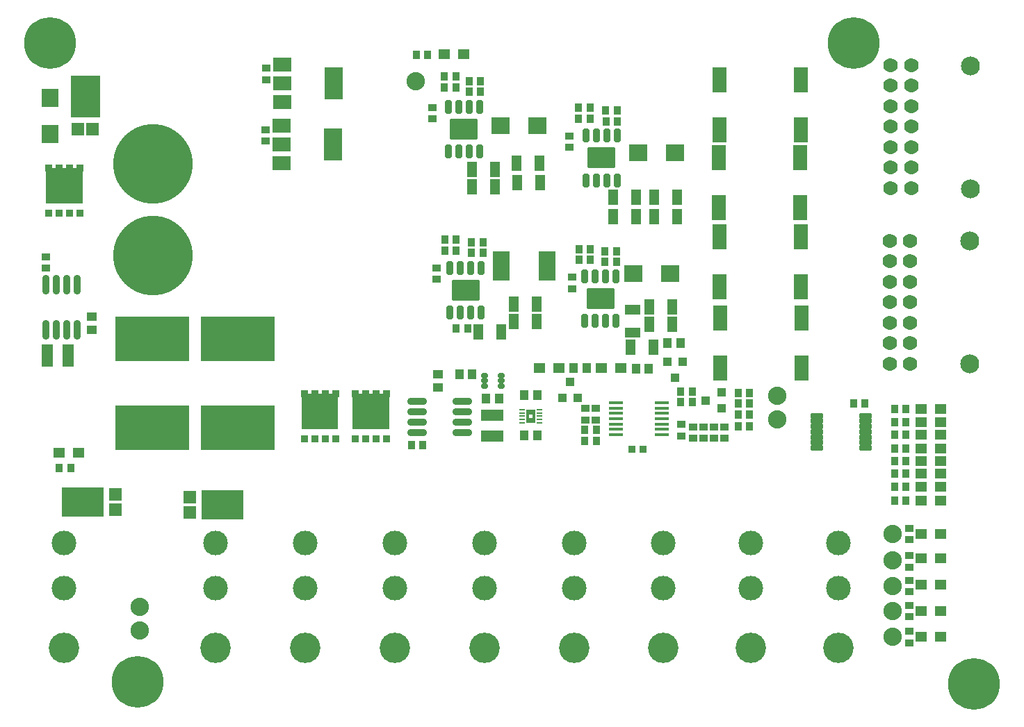
<source format=gbr>
%TF.GenerationSoftware,Altium Limited,Altium Designer,23.5.1 (21)*%
G04 Layer_Color=8388736*
%FSLAX45Y45*%
%MOMM*%
%TF.SameCoordinates,815A2C8C-8163-47E4-9813-AD16C0C63C49*%
%TF.FilePolarity,Negative*%
%TF.FileFunction,Soldermask,Top*%
%TF.Part,Single*%
G01*
G75*
%TA.AperFunction,SMDPad,CuDef*%
%ADD14R,0.70000X0.23000*%
%ADD15R,1.67640X0.35560*%
%ADD89R,8.95320X5.40320*%
%ADD90R,2.05320X3.60320*%
%ADD91R,2.20320X2.00320*%
%ADD92R,0.85320X0.83320*%
%ADD93R,1.10320X0.90320*%
%ADD94R,2.20320X1.70320*%
%ADD95R,2.20320X4.00320*%
%ADD96R,1.15320X1.90320*%
%ADD97R,0.90320X1.10320*%
G04:AMPARAMS|DCode=98|XSize=0.8032mm|YSize=1.6532mm|CornerRadius=0.1526mm|HoleSize=0mm|Usage=FLASHONLY|Rotation=0.000|XOffset=0mm|YOffset=0mm|HoleType=Round|Shape=RoundedRectangle|*
%AMROUNDEDRECTD98*
21,1,0.80320,1.34800,0,0,0.0*
21,1,0.49800,1.65320,0,0,0.0*
1,1,0.30520,0.24900,-0.67400*
1,1,0.30520,-0.24900,-0.67400*
1,1,0.30520,-0.24900,0.67400*
1,1,0.30520,0.24900,0.67400*
%
%ADD98ROUNDEDRECTD98*%
G04:AMPARAMS|DCode=99|XSize=2.6032mm|YSize=3.3032mm|CornerRadius=0.1496mm|HoleSize=0mm|Usage=FLASHONLY|Rotation=270.000|XOffset=0mm|YOffset=0mm|HoleType=Round|Shape=RoundedRectangle|*
%AMROUNDEDRECTD99*
21,1,2.60320,3.00400,0,0,270.0*
21,1,2.30400,3.30320,0,0,270.0*
1,1,0.29920,-1.50200,-1.15200*
1,1,0.29920,-1.50200,1.15200*
1,1,0.29920,1.50200,1.15200*
1,1,0.29920,1.50200,-1.15200*
%
%ADD99ROUNDEDRECTD99*%
%ADD100R,1.45320X1.30320*%
%ADD101R,1.60320X1.59320*%
%ADD102R,5.06320X3.56320*%
%ADD103R,1.40320X2.80320*%
%ADD104R,1.20320X1.10320*%
%ADD105O,0.90320X2.40320*%
G04:AMPARAMS|DCode=106|XSize=0.6032mm|YSize=0.8532mm|CornerRadius=0.1516mm|HoleSize=0mm|Usage=FLASHONLY|Rotation=90.000|XOffset=0mm|YOffset=0mm|HoleType=Round|Shape=RoundedRectangle|*
%AMROUNDEDRECTD106*
21,1,0.60320,0.55000,0,0,90.0*
21,1,0.30000,0.85320,0,0,90.0*
1,1,0.30320,0.27500,0.15000*
1,1,0.30320,0.27500,-0.15000*
1,1,0.30320,-0.27500,-0.15000*
1,1,0.30320,-0.27500,0.15000*
%
%ADD106ROUNDEDRECTD106*%
%ADD107R,1.10320X1.20320*%
%ADD108R,1.00320X1.10320*%
%ADD109R,1.77800X3.02260*%
G04:AMPARAMS|DCode=110|XSize=0.6532mm|YSize=1.6032mm|CornerRadius=0.1511mm|HoleSize=0mm|Usage=FLASHONLY|Rotation=90.000|XOffset=0mm|YOffset=0mm|HoleType=Round|Shape=RoundedRectangle|*
%AMROUNDEDRECTD110*
21,1,0.65320,1.30100,0,0,90.0*
21,1,0.35100,1.60320,0,0,90.0*
1,1,0.30220,0.65050,0.17550*
1,1,0.30220,0.65050,-0.17550*
1,1,0.30220,-0.65050,-0.17550*
1,1,0.30220,-0.65050,0.17550*
%
%ADD110ROUNDEDRECTD110*%
%ADD111R,2.80320X1.40320*%
%ADD112O,2.40320X0.90320*%
%ADD113R,1.90320X1.15320*%
%ADD114R,3.56320X5.06320*%
%ADD115R,1.59320X1.60320*%
%ADD116R,2.00320X2.30320*%
%ADD117R,1.10320X1.00320*%
%ADD118R,0.85320X0.90320*%
%TA.AperFunction,ComponentPad*%
%ADD119C,6.30320*%
%ADD120C,3.00320*%
%ADD121C,3.70320*%
%ADD122C,9.70320*%
%ADD123C,2.23520*%
%ADD124C,1.76320*%
%ADD125C,2.30320*%
G36*
X2325500Y9207557D02*
X2318500D01*
Y8818030D01*
X1872500D01*
Y9207557D01*
X1865500D01*
Y9284557D01*
X1944500D01*
Y9247070D01*
X1992500D01*
Y9284557D01*
X2071500D01*
Y9247070D01*
X2119500D01*
Y9284557D01*
X2198500D01*
Y9247070D01*
X2246500D01*
Y9284557D01*
X2325500D01*
Y9207557D01*
D02*
G37*
G36*
Y8660543D02*
X2246500D01*
Y8737543D01*
X2325500D01*
Y8660543D01*
D02*
G37*
G36*
X2198500D02*
X2119500D01*
Y8737543D01*
X2198500D01*
Y8660543D01*
D02*
G37*
G36*
X2071500D02*
X1992500D01*
Y8737543D01*
X2071500D01*
Y8660543D01*
D02*
G37*
G36*
X1944500D02*
X1865500D01*
Y8737543D01*
X1944500D01*
Y8660543D01*
D02*
G37*
G36*
X6059300Y6458007D02*
X6052300D01*
Y6068480D01*
X5606300D01*
Y6458007D01*
X5599300D01*
Y6535007D01*
X5678300D01*
Y6497520D01*
X5726300D01*
Y6535007D01*
X5805300D01*
Y6497520D01*
X5853300D01*
Y6535007D01*
X5932300D01*
Y6497520D01*
X5980300D01*
Y6535007D01*
X6059300D01*
Y6458007D01*
D02*
G37*
G36*
X5437000D02*
X5430000D01*
Y6068480D01*
X4984000D01*
Y6458007D01*
X4977000D01*
Y6535007D01*
X5056000D01*
Y6497520D01*
X5104000D01*
Y6535007D01*
X5183000D01*
Y6497520D01*
X5231000D01*
Y6535007D01*
X5310000D01*
Y6497520D01*
X5358000D01*
Y6535007D01*
X5437000D01*
Y6458007D01*
D02*
G37*
G36*
X7828219Y6242770D02*
Y6141490D01*
X7724079D01*
Y6202770D01*
Y6242770D01*
Y6304050D01*
X7828219D01*
Y6242770D01*
D02*
G37*
G36*
X6059300Y5910993D02*
X5980300D01*
Y5987993D01*
X6059300D01*
Y5910993D01*
D02*
G37*
G36*
X5932300D02*
X5853300D01*
Y5987993D01*
X5932300D01*
Y5910993D01*
D02*
G37*
G36*
X5805300D02*
X5726300D01*
Y5987993D01*
X5805300D01*
Y5910993D01*
D02*
G37*
G36*
X5678300D02*
X5599300D01*
Y5987993D01*
X5678300D01*
Y5910993D01*
D02*
G37*
G36*
X5437000D02*
X5358000D01*
Y5987993D01*
X5437000D01*
Y5910993D01*
D02*
G37*
G36*
X5310000D02*
X5231000D01*
Y5987993D01*
X5310000D01*
Y5910993D01*
D02*
G37*
G36*
X5183000D02*
X5104000D01*
Y5987993D01*
X5183000D01*
Y5910993D01*
D02*
G37*
G36*
X5056000D02*
X4977000D01*
Y5987993D01*
X5056000D01*
Y5910993D01*
D02*
G37*
%LPC*%
G36*
X7796149Y6242770D02*
X7756149D01*
Y6202770D01*
X7796149D01*
Y6242770D01*
D02*
G37*
%LPD*%
D14*
X7671149Y6142770D02*
D03*
Y6182770D02*
D03*
Y6222770D02*
D03*
Y6262770D02*
D03*
Y6302770D02*
D03*
X7881149D02*
D03*
Y6262770D02*
D03*
Y6222770D02*
D03*
Y6182770D02*
D03*
Y6142770D02*
D03*
D15*
X8810021Y6387520D02*
D03*
Y6322520D02*
D03*
Y6257520D02*
D03*
Y6192520D02*
D03*
Y6127520D02*
D03*
Y6062520D02*
D03*
Y5997520D02*
D03*
X9373901Y5997520D02*
D03*
Y6062520D02*
D03*
Y6127520D02*
D03*
Y6192520D02*
D03*
Y6257520D02*
D03*
Y6322520D02*
D03*
Y6387520D02*
D03*
D89*
X3162300Y7162800D02*
D03*
Y6082800D02*
D03*
X4203700Y7162800D02*
D03*
Y6082800D02*
D03*
D90*
X7416010Y8051800D02*
D03*
X7971010D02*
D03*
D91*
X9474200Y7962900D02*
D03*
X9024200D02*
D03*
X7854921Y9767800D02*
D03*
X7404920D02*
D03*
X9532499Y9437600D02*
D03*
X9082499D02*
D03*
D92*
X5016500Y5949493D02*
D03*
X5143500D02*
D03*
X5270500D02*
D03*
X5397500D02*
D03*
Y6496507D02*
D03*
X5270500D02*
D03*
X5143500D02*
D03*
X5016500D02*
D03*
X5638800Y5949493D02*
D03*
X5765800D02*
D03*
X5892800D02*
D03*
X6019800D02*
D03*
Y6496507D02*
D03*
X5892800D02*
D03*
X5765800D02*
D03*
X5638800D02*
D03*
X1905000Y8699043D02*
D03*
X2032000D02*
D03*
X2159000D02*
D03*
X2286000D02*
D03*
Y9246057D02*
D03*
X2159000D02*
D03*
X2032000D02*
D03*
X1905000D02*
D03*
D93*
X4548054Y9717021D02*
D03*
Y9577021D02*
D03*
X1873250Y8026100D02*
D03*
Y8166100D02*
D03*
X6626214Y7892900D02*
D03*
Y8032900D02*
D03*
X12382499Y4520786D02*
D03*
Y4380786D02*
D03*
X4555284Y10464950D02*
D03*
Y10324950D02*
D03*
X8246761Y9639600D02*
D03*
Y9499600D02*
D03*
X6581471Y9988700D02*
D03*
Y9848700D02*
D03*
X8280400Y7778600D02*
D03*
Y7918600D02*
D03*
X12382499Y4857901D02*
D03*
Y4717901D02*
D03*
X12382500Y4222900D02*
D03*
Y4082900D02*
D03*
Y3918100D02*
D03*
Y3778100D02*
D03*
Y3600600D02*
D03*
Y3460600D02*
D03*
X8439150Y6316820D02*
D03*
Y6176821D02*
D03*
X8566150Y6176820D02*
D03*
Y6316820D02*
D03*
X9752921Y5951150D02*
D03*
Y6091150D02*
D03*
X9610121Y6121550D02*
D03*
Y5981550D02*
D03*
X10133921Y5951150D02*
D03*
Y6091150D02*
D03*
X10006921Y5951150D02*
D03*
Y6091150D02*
D03*
X9879921Y5951150D02*
D03*
Y6091150D02*
D03*
D94*
X4739600Y9763875D02*
D03*
Y9533875D02*
D03*
Y9303875D02*
D03*
X4745950Y10511052D02*
D03*
Y10281052D02*
D03*
Y10051052D02*
D03*
D95*
X5369600Y9533875D02*
D03*
X5375950Y10281052D02*
D03*
D96*
X7565673Y7586921D02*
D03*
X7845673D02*
D03*
X7565673Y7377371D02*
D03*
X7845673D02*
D03*
X7414410Y7251700D02*
D03*
X7134410D02*
D03*
X9556978Y8889999D02*
D03*
X9276978D02*
D03*
X9556978Y8655050D02*
D03*
X9276978D02*
D03*
X8779538Y8889999D02*
D03*
X9059538D02*
D03*
X8781450Y8655050D02*
D03*
X9061450D02*
D03*
X7056945Y9232900D02*
D03*
X7336945D02*
D03*
X7060900Y9023350D02*
D03*
X7340900D02*
D03*
X7887000Y9074150D02*
D03*
X7607000D02*
D03*
X7881210Y9307600D02*
D03*
X7601210D02*
D03*
X8991300Y7061200D02*
D03*
X9271300D02*
D03*
X9499600Y7340600D02*
D03*
X9219600D02*
D03*
X9219900Y7556500D02*
D03*
X9499900D02*
D03*
D97*
X7052010Y8343900D02*
D03*
X7192010D02*
D03*
X6867600Y8375620D02*
D03*
X6727600D02*
D03*
X6867600Y8242838D02*
D03*
X6727600D02*
D03*
X2035021Y5594350D02*
D03*
X2175021D02*
D03*
X6867710Y7289800D02*
D03*
X7007710D02*
D03*
X7192010Y8216900D02*
D03*
X7052010D02*
D03*
X8496450Y9848700D02*
D03*
X8356450D02*
D03*
Y9988700D02*
D03*
X8496450D02*
D03*
X8688992Y9950450D02*
D03*
X8828992D02*
D03*
X8691362Y9817100D02*
D03*
X8831362D02*
D03*
X6721810Y10369550D02*
D03*
X6861810D02*
D03*
X6864350Y10229850D02*
D03*
X6724350D02*
D03*
X7022950Y10306050D02*
D03*
X7162950D02*
D03*
X7022950Y10179050D02*
D03*
X7162950D02*
D03*
X8502800Y8255000D02*
D03*
X8362800D02*
D03*
X12207701Y6311900D02*
D03*
X12347701D02*
D03*
X12207701Y6146800D02*
D03*
X12347701D02*
D03*
X12207701Y5994400D02*
D03*
X12347701D02*
D03*
X12207701Y5829300D02*
D03*
X12347701D02*
D03*
X12207701Y5676900D02*
D03*
X12347701D02*
D03*
X12207701Y5524500D02*
D03*
X12347701D02*
D03*
X12207701Y5359400D02*
D03*
X12347701D02*
D03*
X12207701Y5194300D02*
D03*
X12347701D02*
D03*
X11848044Y6375400D02*
D03*
X11708044D02*
D03*
X8680300Y8229600D02*
D03*
X8820300D02*
D03*
X8680300Y8102600D02*
D03*
X8820300D02*
D03*
X8362800Y8128000D02*
D03*
X8502800D02*
D03*
X6322500Y5867400D02*
D03*
X6462500D02*
D03*
X8572650Y6056321D02*
D03*
X8432650D02*
D03*
X8572650Y5924320D02*
D03*
X8432650D02*
D03*
X6381600Y10629900D02*
D03*
X6521600D02*
D03*
X10442121Y6099250D02*
D03*
X10302121D02*
D03*
X10302121Y6238950D02*
D03*
X10442121D02*
D03*
X10302121Y6378650D02*
D03*
X10442121D02*
D03*
X10442121Y6505650D02*
D03*
X10302121D02*
D03*
X9603621Y6394450D02*
D03*
X9743621D02*
D03*
X9603621Y6521450D02*
D03*
X9743621D02*
D03*
D98*
X6791810Y7487200D02*
D03*
X6918810D02*
D03*
X7045810D02*
D03*
X7172810D02*
D03*
X6791810Y8032200D02*
D03*
X6918810D02*
D03*
X7045810D02*
D03*
X7172810D02*
D03*
X7151690Y9994350D02*
D03*
X7024690D02*
D03*
X6897690D02*
D03*
X6770690D02*
D03*
X7151690Y9449350D02*
D03*
X7024690D02*
D03*
X6897690D02*
D03*
X6770690D02*
D03*
X8445500Y9100100D02*
D03*
X8572500D02*
D03*
X8699500D02*
D03*
X8826500D02*
D03*
X8445500Y9645100D02*
D03*
X8572500D02*
D03*
X8699500D02*
D03*
X8826500D02*
D03*
X8813800Y7930600D02*
D03*
X8686800D02*
D03*
X8559800D02*
D03*
X8432800D02*
D03*
X8813800Y7385600D02*
D03*
X8686800D02*
D03*
X8559800D02*
D03*
X8432800D02*
D03*
D99*
X6982310Y7759700D02*
D03*
X6961190Y9721850D02*
D03*
X8636000Y9372600D02*
D03*
X8623300Y7658100D02*
D03*
D100*
X2035150Y5778500D02*
D03*
X2270150D02*
D03*
X8636269Y6807779D02*
D03*
X8871269D02*
D03*
X7883553Y6811222D02*
D03*
X8118553D02*
D03*
X12766700Y4493125D02*
D03*
X12531700D02*
D03*
X12766700Y4787901D02*
D03*
X12531700D02*
D03*
X12766700Y4165600D02*
D03*
X12531700D02*
D03*
X12766700Y3848100D02*
D03*
X12531700D02*
D03*
X12766700Y3530600D02*
D03*
X12531700D02*
D03*
X12763501Y5194300D02*
D03*
X12528501D02*
D03*
X12763501Y5359400D02*
D03*
X12528501D02*
D03*
X12763501Y5522000D02*
D03*
X12528501D02*
D03*
X12763501Y5676900D02*
D03*
X12528501D02*
D03*
X12763501Y5829300D02*
D03*
X12528501D02*
D03*
X12763501Y5994400D02*
D03*
X12528501D02*
D03*
X12763501Y6146800D02*
D03*
X12528501D02*
D03*
X12763501Y6311900D02*
D03*
X12528501D02*
D03*
X6958689Y10636250D02*
D03*
X6723689D02*
D03*
D101*
X2715950Y5267250D02*
D03*
Y5083250D02*
D03*
X3619500Y5048400D02*
D03*
Y5232400D02*
D03*
D102*
X2317750Y5175250D02*
D03*
X4017700Y5140400D02*
D03*
D103*
X2138776Y6959599D02*
D03*
X1883776D02*
D03*
D104*
X2432050Y7433300D02*
D03*
Y7273300D02*
D03*
X6643380Y6734986D02*
D03*
Y6574986D02*
D03*
D105*
X1873250Y7275150D02*
D03*
X2000250D02*
D03*
X2127250D02*
D03*
X2254250D02*
D03*
X1873250Y7825150D02*
D03*
X2000250D02*
D03*
X2127250D02*
D03*
X2254250D02*
D03*
D106*
X7420279Y6719986D02*
D03*
Y6654986D02*
D03*
Y6589986D02*
D03*
X7215278D02*
D03*
Y6654986D02*
D03*
Y6719986D02*
D03*
D107*
X9440766Y7112000D02*
D03*
X9600766D02*
D03*
X9214920Y6803717D02*
D03*
X9054920D02*
D03*
X8459270Y6811222D02*
D03*
X8299270D02*
D03*
X7389964Y6436225D02*
D03*
X7229964D02*
D03*
X7852399Y5992460D02*
D03*
X7692399D02*
D03*
X6904358Y6734986D02*
D03*
X7064357D02*
D03*
X7692399Y6483350D02*
D03*
X7852399D02*
D03*
D108*
X9627901Y6890167D02*
D03*
X9437902D02*
D03*
X9532901Y6690167D02*
D03*
X8159661Y6444320D02*
D03*
X8349661D02*
D03*
X8254661Y6644320D02*
D03*
D109*
X10071100Y9715500D02*
D03*
Y10325100D02*
D03*
X11061700D02*
D03*
Y9715500D02*
D03*
X10069190Y8763000D02*
D03*
Y9372600D02*
D03*
X11059790D02*
D03*
Y8763000D02*
D03*
X10083800Y6807200D02*
D03*
Y7416800D02*
D03*
X11074400D02*
D03*
Y6807200D02*
D03*
X10071100Y7797800D02*
D03*
Y8407400D02*
D03*
X11061700D02*
D03*
Y7797800D02*
D03*
D110*
X11852000Y5837500D02*
D03*
Y5902500D02*
D03*
Y5967500D02*
D03*
Y6032500D02*
D03*
Y6097500D02*
D03*
Y6162500D02*
D03*
Y6227500D02*
D03*
X11262000Y5837500D02*
D03*
Y5902500D02*
D03*
Y5967500D02*
D03*
Y6032500D02*
D03*
Y6097500D02*
D03*
Y6162500D02*
D03*
Y6227500D02*
D03*
D111*
X7302500Y6236200D02*
D03*
Y5981200D02*
D03*
D112*
X6942500Y6019800D02*
D03*
Y6146800D02*
D03*
Y6273800D02*
D03*
Y6400800D02*
D03*
X6392500Y6019800D02*
D03*
Y6146800D02*
D03*
Y6273800D02*
D03*
Y6400800D02*
D03*
D113*
X9017000Y7238400D02*
D03*
Y7518400D02*
D03*
D114*
X2349500Y10121900D02*
D03*
D115*
X2257500Y9723700D02*
D03*
X2441500D02*
D03*
D116*
X1924050Y9666950D02*
D03*
Y10106950D02*
D03*
D117*
X9903821Y6414770D02*
D03*
X10103821Y6509770D02*
D03*
Y6319770D02*
D03*
D118*
X9011247Y5822950D02*
D03*
X9146247D02*
D03*
D119*
X2984500Y2984500D02*
D03*
X13176250Y2959100D02*
D03*
X1924050Y10775950D02*
D03*
X11709400D02*
D03*
D120*
X10452100Y4130000D02*
D03*
Y4680000D02*
D03*
X11518900Y4130000D02*
D03*
Y4680000D02*
D03*
X8305800Y4130000D02*
D03*
Y4680000D02*
D03*
X9385300Y4130000D02*
D03*
Y4680000D02*
D03*
X6121400Y4130000D02*
D03*
Y4680000D02*
D03*
X7213600Y4130000D02*
D03*
Y4680000D02*
D03*
X3937000Y4130000D02*
D03*
Y4680000D02*
D03*
X5029200Y4130000D02*
D03*
Y4680000D02*
D03*
X2089150Y4127250D02*
D03*
Y4677250D02*
D03*
D121*
X10452100Y3400000D02*
D03*
X11518900D02*
D03*
X8305800D02*
D03*
X9385300D02*
D03*
X6121400D02*
D03*
X7213600D02*
D03*
X3937000D02*
D03*
X5029200D02*
D03*
X2089150Y3397250D02*
D03*
D122*
X3175000Y9302750D02*
D03*
Y8185150D02*
D03*
D123*
X10775950Y6181800D02*
D03*
Y6470650D02*
D03*
X12179300Y4460515D02*
D03*
X6371590Y10306050D02*
D03*
X3009900Y3898900D02*
D03*
X12179300Y3530600D02*
D03*
X3009900Y3606800D02*
D03*
X12179300Y4787901D02*
D03*
Y4152900D02*
D03*
Y3848100D02*
D03*
D124*
X12146600Y8363000D02*
D03*
Y8113000D02*
D03*
Y7863000D02*
D03*
Y7613000D02*
D03*
Y7363000D02*
D03*
Y7113000D02*
D03*
Y6863000D02*
D03*
X12396600Y8363000D02*
D03*
Y8113000D02*
D03*
Y7863000D02*
D03*
Y7613000D02*
D03*
Y7363000D02*
D03*
Y7113000D02*
D03*
Y6863000D02*
D03*
X12157900Y10503395D02*
D03*
Y10253395D02*
D03*
Y10003395D02*
D03*
Y9753395D02*
D03*
Y9503395D02*
D03*
Y9253395D02*
D03*
Y9003395D02*
D03*
X12407900Y10503395D02*
D03*
Y10253395D02*
D03*
Y10003395D02*
D03*
Y9753395D02*
D03*
Y9503395D02*
D03*
Y9253395D02*
D03*
Y9003395D02*
D03*
D125*
X13119099Y6858000D02*
D03*
Y8355500D02*
D03*
X13130400Y8998395D02*
D03*
Y10495895D02*
D03*
%TF.MD5,340925a6e8bedbb23b45fd115a48168d*%
M02*

</source>
